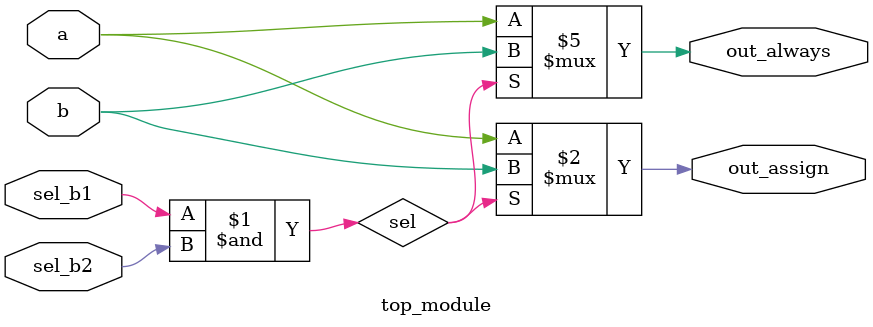
<source format=v>
module top_module(
    input a,
    input b,
    input sel_b1,
    input sel_b2,
    output wire out_assign,
    output reg out_always   ); 
  
  wire sel = sel_b1 & sel_b2;

  assign out_assign = sel ? b : a;

  always@(*) begin
    if (sel)
      out_always = b;
    else
      out_always = a;
  end
endmodule


</source>
